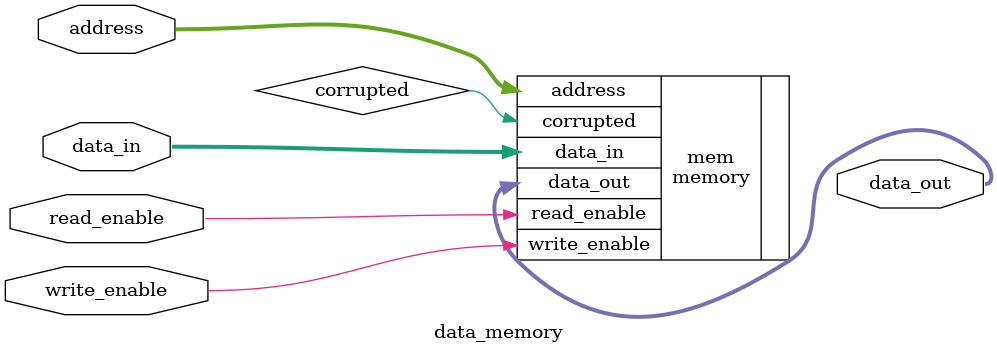
<source format=v>

module data_memory (
    input [DATA_MEMORY_ADDR_SIZE-1:0] address,
    input read_enable,
    input write_enable,
    input [31:0] data_in,
    output [31:0] data_out
);

  parameter DATA_MEMORY_ADDR_SIZE = 32;
  wire corrupted;

  memory #(
      .k(DATA_MEMORY_ADDR_SIZE)
  ) mem (
      .address(address),
      .read_enable(read_enable),
      .write_enable(write_enable),
      .data_in(data_in),
      .data_out(data_out),
      .corrupted(corrupted)
  );

endmodule

</source>
